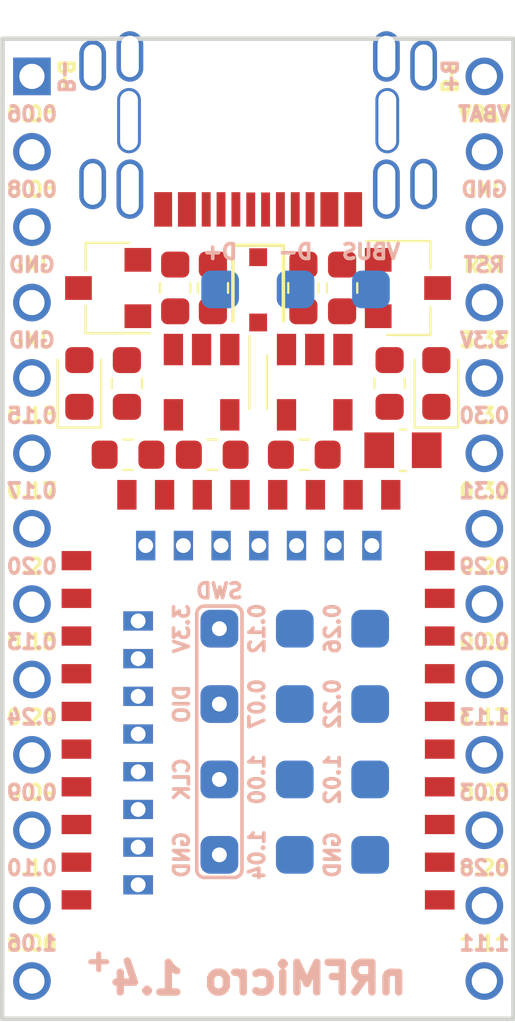
<source format=kicad_pcb>
(kicad_pcb (version 20171130) (host pcbnew 5.1.9-73d0e3b20d~88~ubuntu16.04.1)

  (general
    (thickness 1.6)
    (drawings 10)
    (tracks 0)
    (zones 0)
    (modules 25)
    (nets 53)
  )

  (page A4)
  (layers
    (0 F.Cu signal)
    (31 B.Cu signal)
    (32 B.Adhes user)
    (33 F.Adhes user)
    (34 B.Paste user)
    (35 F.Paste user)
    (36 B.SilkS user)
    (37 F.SilkS user)
    (38 B.Mask user)
    (39 F.Mask user)
    (40 Dwgs.User user)
    (41 Cmts.User user)
    (42 Eco1.User user)
    (43 Eco2.User user)
    (44 Edge.Cuts user)
    (45 Margin user hide)
    (46 B.CrtYd user hide)
    (47 F.CrtYd user)
    (48 B.Fab user)
    (49 F.Fab user hide)
  )

  (setup
    (last_trace_width 0.2)
    (user_trace_width 0.2)
    (user_trace_width 0.4)
    (trace_clearance 0.2)
    (zone_clearance 0.2)
    (zone_45_only no)
    (trace_min 0.2)
    (via_size 0.5)
    (via_drill 0.3)
    (via_min_size 0.5)
    (via_min_drill 0.3)
    (uvia_size 0.3)
    (uvia_drill 0.1)
    (uvias_allowed no)
    (uvia_min_size 0.2)
    (uvia_min_drill 0.1)
    (edge_width 0.15)
    (segment_width 0.2)
    (pcb_text_width 0.3)
    (pcb_text_size 1.5 1.5)
    (mod_edge_width 0.08)
    (mod_text_size 0.7 0.7)
    (mod_text_width 0.175)
    (pad_size 1.27 1.27)
    (pad_drill 0.85)
    (pad_to_mask_clearance 0)
    (solder_mask_min_width 0.25)
    (aux_axis_origin 0 0)
    (visible_elements 7FFFFFFF)
    (pcbplotparams
      (layerselection 0x010fc_ffffffff)
      (usegerberextensions true)
      (usegerberattributes false)
      (usegerberadvancedattributes false)
      (creategerberjobfile false)
      (excludeedgelayer true)
      (linewidth 0.100000)
      (plotframeref false)
      (viasonmask false)
      (mode 1)
      (useauxorigin false)
      (hpglpennumber 1)
      (hpglpenspeed 20)
      (hpglpendiameter 15.000000)
      (psnegative false)
      (psa4output false)
      (plotreference true)
      (plotvalue true)
      (plotinvisibletext false)
      (padsonsilk false)
      (subtractmaskfromsilk false)
      (outputformat 1)
      (mirror false)
      (drillshape 0)
      (scaleselection 1)
      (outputdirectory "nRFMicro1.4-Gerbers/"))
  )

  (net 0 "")
  (net 1 GND)
  (net 2 RESET)
  (net 3 /P0.02)
  (net 4 /P0.29)
  (net 5 /P0.30)
  (net 6 /P0.31)
  (net 7 /P0.10)
  (net 8 /P0.09)
  (net 9 VBUS)
  (net 10 VBAT)
  (net 11 DATA+)
  (net 12 DATA-)
  (net 13 /P1.13)
  (net 14 /P1.11)
  (net 15 /P0.20)
  (net 16 /P0.13)
  (net 17 /P0.15)
  (net 18 /P0.17)
  (net 19 /P0.22)
  (net 20 /P0.24)
  (net 21 BLUE_LED)
  (net 22 /P0.03)
  (net 23 /P0.28)
  (net 24 /P0.00)
  (net 25 /P0.01)
  (net 26 /P1.06)
  (net 27 /P1.04)
  (net 28 SWC)
  (net 29 SWD)
  (net 30 POWER_PIN)
  (net 31 /P0.26)
  (net 32 DCCH)
  (net 33 CC2)
  (net 34 CC1)
  (net 35 EXT_VCC)
  (net 36 "Net-(D2-Pad1)")
  (net 37 /P1.00)
  (net 38 /P1.02)
  (net 39 /P0.12)
  (net 40 "Net-(U2-Pad4)")
  (net 41 /P0.07)
  (net 42 nRF_VDD)
  (net 43 "Net-(R5-Pad1)")
  (net 44 /P0.06)
  (net 45 /P0.08)
  (net 46 BATTERY_PIN)
  (net 47 PROG)
  (net 48 "Net-(D3-Pad1)")
  (net 49 "Net-(R8-Pad2)")
  (net 50 "Net-(J1-PadA8)")
  (net 51 "Net-(J1-PadB8)")
  (net 52 "Net-(D1-Pad1)")

  (net_class Default "This is the default net class."
    (clearance 0.2)
    (trace_width 0.2)
    (via_dia 0.5)
    (via_drill 0.3)
    (uvia_dia 0.3)
    (uvia_drill 0.1)
    (add_net /P0.00)
    (add_net /P0.01)
    (add_net /P0.02)
    (add_net /P0.03)
    (add_net /P0.06)
    (add_net /P0.07)
    (add_net /P0.08)
    (add_net /P0.09)
    (add_net /P0.10)
    (add_net /P0.12)
    (add_net /P0.13)
    (add_net /P0.15)
    (add_net /P0.17)
    (add_net /P0.20)
    (add_net /P0.22)
    (add_net /P0.24)
    (add_net /P0.26)
    (add_net /P0.28)
    (add_net /P0.29)
    (add_net /P0.30)
    (add_net /P0.31)
    (add_net /P1.00)
    (add_net /P1.02)
    (add_net /P1.04)
    (add_net /P1.06)
    (add_net /P1.11)
    (add_net /P1.13)
    (add_net BATTERY_PIN)
    (add_net BLUE_LED)
    (add_net CC1)
    (add_net CC2)
    (add_net DATA+)
    (add_net DATA-)
    (add_net DCCH)
    (add_net EXT_VCC)
    (add_net GND)
    (add_net "Net-(D1-Pad1)")
    (add_net "Net-(D2-Pad1)")
    (add_net "Net-(D3-Pad1)")
    (add_net "Net-(J1-PadA8)")
    (add_net "Net-(J1-PadB8)")
    (add_net "Net-(R5-Pad1)")
    (add_net "Net-(R8-Pad2)")
    (add_net "Net-(U2-Pad4)")
    (add_net POWER_PIN)
    (add_net PROG)
    (add_net RESET)
    (add_net SWC)
    (add_net SWD)
    (add_net VBAT)
    (add_net VBUS)
    (add_net nRF_VDD)
  )

  (net_class Power ""
    (clearance 0.2)
    (trace_width 0.2)
    (via_dia 0.5)
    (via_drill 0.3)
    (uvia_dia 0.3)
    (uvia_drill 0.1)
  )

  (module nrfmicro:connector_usb (layer B.Cu) (tedit 5FA3035A) (tstamp 5F7129FB)
    (at 27.7114 27.178)
    (descr "Through hole straight pin header, 1x04, 2.54mm pitch, single row")
    (tags "Through hole pin header THT 1x04 2.54mm single row")
    (path /5F709EBA)
    (fp_text reference J4 (at 0 0 180) (layer B.SilkS) hide
      (effects (font (size 0.7 0.7) (thickness 0.08)) (justify mirror))
    )
    (fp_text value Ex_USB (at 0 0 180) (layer B.Fab)
      (effects (font (size 1 1) (thickness 0.15)) (justify mirror))
    )
    (fp_text user D- (at 1.27 -1.27) (layer B.SilkS)
      (effects (font (size 0.5 0.5) (thickness 0.125)) (justify mirror))
    )
    (fp_text user D+ (at -1.27 -1.27) (layer B.SilkS)
      (effects (font (size 0.5 0.5) (thickness 0.125)) (justify mirror))
    )
    (fp_text user VBUS (at 3.81 -1.27) (layer B.SilkS)
      (effects (font (size 0.5 0.5) (thickness 0.125)) (justify mirror))
    )
    (pad 2 connect roundrect (at -1.27 0 270) (size 1.27 1.27) (layers B.Cu B.Mask) (roundrect_rratio 0.25)
      (net 11 DATA+))
    (pad 3 connect roundrect (at 1.27 0 270) (size 1.27 1.27) (layers B.Cu B.Mask) (roundrect_rratio 0.25)
      (net 12 DATA-))
    (pad 4 connect roundrect (at 3.81 0 270) (size 1.27 1.27) (layers B.Cu B.Mask) (roundrect_rratio 0.25)
      (net 9 VBUS))
  )

  (module nrfmicro:connector_swd (layer B.Cu) (tedit 5FA2F9CF) (tstamp 5F70B7A0)
    (at 26.416 42.418 270)
    (descr "Through hole straight pin header, 1x04, 2.54mm pitch, single row")
    (tags "Through hole pin header THT 1x04 2.54mm single row")
    (path /5CDF605B)
    (fp_text reference J2 (at 0 2.33 270) (layer B.SilkS) hide
      (effects (font (size 0.7 0.7) (thickness 0.08)) (justify mirror))
    )
    (fp_text value SWD (at 0 0 270) (layer B.Fab)
      (effects (font (size 1 1) (thickness 0.15)) (justify mirror))
    )
    (fp_line (start 4.318 0.762) (end -4.318 0.762) (layer B.SilkS) (width 0.12))
    (fp_line (start -4.572 0.508) (end -4.572 -0.508) (layer B.SilkS) (width 0.12))
    (fp_line (start -4.318 -0.762) (end 4.318 -0.762) (layer B.SilkS) (width 0.12))
    (fp_line (start 4.572 -0.508) (end 4.572 0.508) (layer B.SilkS) (width 0.12))
    (fp_text user 3.3V (at -3.81 1.27 90 unlocked) (layer B.SilkS)
      (effects (font (size 0.5 0.5) (thickness 0.125)) (justify mirror))
    )
    (fp_text user DIO (at -1.27 1.27 90 unlocked) (layer B.SilkS)
      (effects (font (size 0.5 0.5) (thickness 0.125)) (justify mirror))
    )
    (fp_text user CLK (at 1.27 1.27 90 unlocked) (layer B.SilkS)
      (effects (font (size 0.5 0.5) (thickness 0.125)) (justify mirror))
    )
    (fp_text user GND (at 3.81 1.27 90 unlocked) (layer B.SilkS)
      (effects (font (size 0.5 0.5) (thickness 0.125)) (justify mirror))
    )
    (fp_arc (start 4.318 0.508) (end 4.572 0.508) (angle 90) (layer B.SilkS) (width 0.12))
    (fp_arc (start 4.318 -0.508) (end 4.318 -0.762) (angle 90) (layer B.SilkS) (width 0.12))
    (fp_arc (start -4.318 0.508) (end -4.318 0.762) (angle 90) (layer B.SilkS) (width 0.12))
    (fp_arc (start -4.318 -0.508) (end -4.572 -0.508) (angle 90) (layer B.SilkS) (width 0.12))
    (fp_text user SWD (at -5.08 0 unlocked) (layer B.SilkS)
      (effects (font (size 0.5 0.5) (thickness 0.125)) (justify mirror))
    )
    (pad 4 thru_hole roundrect (at 3.81 0 180) (size 1.27 1.27) (drill 0.5) (layers *.Cu *.Mask) (roundrect_rratio 0.25)
      (net 1 GND))
    (pad 3 thru_hole roundrect (at 1.27 0 180) (size 1.27 1.27) (drill 0.5) (layers *.Cu *.Mask) (roundrect_rratio 0.25)
      (net 28 SWC))
    (pad 2 thru_hole roundrect (at -1.27 0 180) (size 1.27 1.27) (drill 0.5) (layers *.Cu *.Mask) (roundrect_rratio 0.25)
      (net 29 SWD))
    (pad 1 thru_hole roundrect (at -3.81 0 180) (size 1.27 1.27) (drill 0.5) (layers *.Cu *.Mask) (roundrect_rratio 0.25)
      (net 42 nRF_VDD))
  )

  (module nrfmicro:connector_bat (layer F.Cu) (tedit 6009A206) (tstamp 5F7017AB)
    (at 27.7216 20 180)
    (path /5F6FE749)
    (fp_text reference J3 (at 0 -3.175 180) (layer F.Fab)
      (effects (font (size 1 1) (thickness 0.15)))
    )
    (fp_text value Ex_Bat (at 0 -5.08 180) (layer F.Fab)
      (effects (font (size 1 1) (thickness 0.15)))
    )
    (fp_text user B+ (at -6.477 0 90 unlocked) (layer F.SilkS)
      (effects (font (size 0.5 0.5) (thickness 0.125)))
    )
    (fp_text user B- (at 6.477 0 270 unlocked) (layer F.SilkS)
      (effects (font (size 0.5 0.5) (thickness 0.125)))
    )
    (fp_text user B+ (at -6.477 0 90 unlocked) (layer B.SilkS)
      (effects (font (size 0.5 0.5) (thickness 0.125)) (justify mirror))
    )
    (fp_text user B- (at 6.477 0 270 unlocked) (layer B.SilkS)
      (effects (font (size 0.5 0.5) (thickness 0.125)) (justify mirror))
    )
    (pad 2 thru_hole rect (at 7.62 0 180) (size 1.27 1.27) (drill 0.85) (layers *.Cu *.Mask)
      (net 1 GND))
    (pad 1 thru_hole circle (at -7.62 0 270) (size 1.27 1.27) (drill 0.85) (layers *.Cu *.Mask)
      (net 10 VBAT))
  )

  (module nrfmicro:pro_micro (layer F.Cu) (tedit 6009A0D5) (tstamp 5EC0A072)
    (at 27.7216 36.51)
    (path /5AC0283B)
    (fp_text reference U4 (at 0 0) (layer Cmts.User)
      (effects (font (size 1 1) (thickness 0.15)))
    )
    (fp_text value ProMicro (at 0 1.524 -90) (layer Margin) hide
      (effects (font (size 1 1) (thickness 0.15)))
    )
    (fp_text user 0.06 (at -7.62 -15.24) (layer F.SilkS)
      (effects (font (size 0.5 0.5) (thickness 0.125)))
    )
    (fp_text user 0.08 (at -7.62 -12.7) (layer F.SilkS)
      (effects (font (size 0.5 0.5) (thickness 0.125)))
    )
    (fp_text user GND (at -7.62 -10.16) (layer F.SilkS)
      (effects (font (size 0.5 0.5) (thickness 0.125)))
    )
    (fp_text user GND (at -7.62 -7.62) (layer F.SilkS)
      (effects (font (size 0.5 0.5) (thickness 0.125)))
    )
    (fp_text user 0.15 (at -7.62 -5.08) (layer F.SilkS)
      (effects (font (size 0.5 0.5) (thickness 0.125)))
    )
    (fp_text user 0.17 (at -7.62 -2.54) (layer F.SilkS)
      (effects (font (size 0.5 0.5) (thickness 0.125)))
    )
    (fp_text user 0.20 (at -7.62 0) (layer F.SilkS)
      (effects (font (size 0.5 0.5) (thickness 0.125)))
    )
    (fp_text user 0.13 (at -7.62 2.54) (layer F.SilkS)
      (effects (font (size 0.5 0.5) (thickness 0.125)))
    )
    (fp_text user 0.24 (at -7.62 5.08) (layer F.SilkS)
      (effects (font (size 0.5 0.5) (thickness 0.125)))
    )
    (fp_text user 0.09 (at -7.62 7.62) (layer F.SilkS)
      (effects (font (size 0.5 0.5) (thickness 0.125)))
    )
    (fp_text user 0.10 (at -7.62 10.16) (layer F.SilkS)
      (effects (font (size 0.5 0.5) (thickness 0.125)))
    )
    (fp_text user 1.06 (at -7.62 12.7) (layer F.SilkS)
      (effects (font (size 0.5 0.5) (thickness 0.125)))
    )
    (fp_text user GND (at 7.62 -12.7) (layer F.SilkS)
      (effects (font (size 0.5 0.5) (thickness 0.125)))
    )
    (fp_text user 1.11 (at 7.62 12.7) (layer F.SilkS)
      (effects (font (size 0.5 0.5) (thickness 0.125)))
    )
    (fp_text user VBAT (at 7.62 -15.24) (layer F.SilkS)
      (effects (font (size 0.5 0.5) (thickness 0.125)))
    )
    (fp_text user 3.3V (at 7.62 -7.62) (layer F.SilkS)
      (effects (font (size 0.5 0.5) (thickness 0.125)))
    )
    (fp_text user 0.03 (at 7.62 7.62) (layer F.SilkS)
      (effects (font (size 0.5 0.5) (thickness 0.125)))
    )
    (fp_text user 1.13 (at 7.62 5.08) (layer F.SilkS)
      (effects (font (size 0.5 0.5) (thickness 0.125)))
    )
    (fp_text user 0.29 (at 7.62 0) (layer F.SilkS)
      (effects (font (size 0.5 0.5) (thickness 0.125)))
    )
    (fp_text user 0.31 (at 7.62 -2.54) (layer F.SilkS)
      (effects (font (size 0.5 0.5) (thickness 0.125)))
    )
    (fp_text user RST (at 7.62 -10.16) (layer F.SilkS)
      (effects (font (size 0.5 0.5) (thickness 0.125)))
    )
    (fp_text user 0.28 (at 7.62 10.16) (layer F.SilkS)
      (effects (font (size 0.5 0.5) (thickness 0.125)))
    )
    (fp_text user 0.30 (at 7.62 -5.08) (layer F.SilkS)
      (effects (font (size 0.5 0.5) (thickness 0.125)))
    )
    (fp_text user 0.02 (at 7.62 2.54) (layer F.SilkS)
      (effects (font (size 0.5 0.5) (thickness 0.125)))
    )
    (fp_text user 0.08 (at -7.62 -12.7 180) (layer B.SilkS)
      (effects (font (size 0.5 0.5) (thickness 0.125)) (justify mirror))
    )
    (fp_text user 1.06 (at -7.62 12.7 180) (layer B.SilkS)
      (effects (font (size 0.5 0.5) (thickness 0.125)) (justify mirror))
    )
    (fp_text user 0.28 (at 7.62 10.16 180) (layer B.SilkS)
      (effects (font (size 0.5 0.5) (thickness 0.125)) (justify mirror))
    )
    (fp_text user 0.06 (at -7.62 -15.24 180) (layer B.SilkS)
      (effects (font (size 0.5 0.5) (thickness 0.125)) (justify mirror))
    )
    (fp_text user GND (at 7.62 -12.7 180) (layer B.SilkS)
      (effects (font (size 0.5 0.5) (thickness 0.125)) (justify mirror))
    )
    (fp_text user 0.29 (at 7.62 0 180) (layer B.SilkS)
      (effects (font (size 0.5 0.5) (thickness 0.125)) (justify mirror))
    )
    (fp_text user GND (at -7.62 -7.62 180) (layer B.SilkS)
      (effects (font (size 0.5 0.5) (thickness 0.125)) (justify mirror))
    )
    (fp_text user 0.03 (at 7.62 7.62 180) (layer B.SilkS)
      (effects (font (size 0.5 0.5) (thickness 0.125)) (justify mirror))
    )
    (fp_text user 0.09 (at -7.62 7.62 180) (layer B.SilkS)
      (effects (font (size 0.5 0.5) (thickness 0.125)) (justify mirror))
    )
    (fp_text user 0.30 (at 7.62 -5.08 180) (layer B.SilkS)
      (effects (font (size 0.5 0.5) (thickness 0.125)) (justify mirror))
    )
    (fp_text user 0.24 (at -7.62 5.08 180) (layer B.SilkS)
      (effects (font (size 0.5 0.5) (thickness 0.125)) (justify mirror))
    )
    (fp_text user RST (at 7.62 -10.16 180) (layer B.SilkS)
      (effects (font (size 0.5 0.5) (thickness 0.125)) (justify mirror))
    )
    (fp_text user 0.20 (at -7.62 0 180) (layer B.SilkS)
      (effects (font (size 0.5 0.5) (thickness 0.125)) (justify mirror))
    )
    (fp_text user 3.3V (at 7.62 -7.62 180) (layer B.SilkS)
      (effects (font (size 0.5 0.5) (thickness 0.125)) (justify mirror))
    )
    (fp_text user 0.17 (at -7.62 -2.54 180) (layer B.SilkS)
      (effects (font (size 0.5 0.5) (thickness 0.125)) (justify mirror))
    )
    (fp_text user 1.11 (at 7.62 12.7 180) (layer B.SilkS)
      (effects (font (size 0.5 0.5) (thickness 0.125)) (justify mirror))
    )
    (fp_text user GND (at -7.62 -10.16 180) (layer B.SilkS)
      (effects (font (size 0.5 0.5) (thickness 0.125)) (justify mirror))
    )
    (fp_text user VBAT (at 7.62 -15.24 180) (layer B.SilkS)
      (effects (font (size 0.5 0.5) (thickness 0.125)) (justify mirror))
    )
    (fp_text user 1.13 (at 7.62 5.08 180) (layer B.SilkS)
      (effects (font (size 0.5 0.5) (thickness 0.125)) (justify mirror))
    )
    (fp_text user 0.10 (at -7.62 10.16 180) (layer B.SilkS)
      (effects (font (size 0.5 0.5) (thickness 0.125)) (justify mirror))
    )
    (fp_text user 0.15 (at -7.62 -5.08 180) (layer B.SilkS)
      (effects (font (size 0.5 0.5) (thickness 0.125)) (justify mirror))
    )
    (fp_text user 0.02 (at 7.62 2.54 180) (layer B.SilkS)
      (effects (font (size 0.5 0.5) (thickness 0.125)) (justify mirror))
    )
    (fp_text user 0.31 (at 7.62 -2.54 180) (layer B.SilkS)
      (effects (font (size 0.5 0.5) (thickness 0.125)) (justify mirror))
    )
    (fp_text user 0.13 (at -7.62 2.54 180) (layer B.SilkS)
      (effects (font (size 0.5 0.5) (thickness 0.125)) (justify mirror))
    )
    (pad 1 thru_hole circle (at 7.62 -13.97 270) (size 1.25 1.25) (drill 0.85) (layers *.Cu *.Mask)
      (net 10 VBAT))
    (pad 2 thru_hole circle (at 7.62 -11.43 270) (size 1.27 1.27) (drill 0.85) (layers *.Cu *.Mask)
      (net 1 GND))
    (pad 3 thru_hole circle (at 7.62 -8.89 270) (size 1.27 1.27) (drill 0.85) (layers *.Cu *.Mask)
      (net 2 RESET))
    (pad 4 thru_hole circle (at 7.62 -6.35 270) (size 1.27 1.27) (drill 0.85) (layers *.Cu *.Mask)
      (net 35 EXT_VCC))
    (pad 5 thru_hole circle (at 7.62 -3.81 270) (size 1.27 1.27) (drill 0.85) (layers *.Cu *.Mask)
      (net 5 /P0.30))
    (pad 6 thru_hole circle (at 7.62 -1.27 270) (size 1.27 1.27) (drill 0.85) (layers *.Cu *.Mask)
      (net 6 /P0.31))
    (pad 7 thru_hole circle (at 7.62 1.27 270) (size 1.27 1.27) (drill 0.85) (layers *.Cu *.Mask)
      (net 4 /P0.29))
    (pad 8 thru_hole circle (at 7.62 3.81 270) (size 1.27 1.27) (drill 0.85) (layers *.Cu *.Mask)
      (net 3 /P0.02))
    (pad 9 thru_hole circle (at 7.62 6.35 270) (size 1.27 1.27) (drill 0.85) (layers *.Cu *.Mask)
      (net 13 /P1.13))
    (pad 10 thru_hole circle (at 7.62 8.89 270) (size 1.27 1.27) (drill 0.85) (layers *.Cu *.Mask)
      (net 22 /P0.03))
    (pad 11 thru_hole circle (at 7.62 11.43 270) (size 1.27 1.27) (drill 0.85) (layers *.Cu *.Mask)
      (net 23 /P0.28))
    (pad 12 thru_hole circle (at 7.62 13.97 270) (size 1.27 1.27) (drill 0.85) (layers *.Cu *.Mask)
      (net 14 /P1.11))
    (pad 24 thru_hole circle (at -7.62 13.97 270) (size 1.27 1.27) (drill 0.85) (layers *.Cu *.Mask)
      (net 26 /P1.06))
    (pad 23 thru_hole circle (at -7.62 11.43 270) (size 1.27 1.27) (drill 0.85) (layers *.Cu *.Mask)
      (net 7 /P0.10))
    (pad 22 thru_hole circle (at -7.62 8.89 270) (size 1.27 1.27) (drill 0.85) (layers *.Cu *.Mask)
      (net 8 /P0.09))
    (pad 21 thru_hole circle (at -7.62 6.35 270) (size 1.27 1.27) (drill 0.85) (layers *.Cu *.Mask)
      (net 20 /P0.24))
    (pad 20 thru_hole circle (at -7.62 3.81 270) (size 1.27 1.27) (drill 0.85) (layers *.Cu *.Mask)
      (net 16 /P0.13))
    (pad 19 thru_hole circle (at -7.62 1.27 270) (size 1.27 1.27) (drill 0.85) (layers *.Cu *.Mask)
      (net 15 /P0.20))
    (pad 18 thru_hole circle (at -7.62 -1.27 270) (size 1.27 1.27) (drill 0.85) (layers *.Cu *.Mask)
      (net 18 /P0.17))
    (pad 17 thru_hole circle (at -7.62 -3.81 270) (size 1.27 1.27) (drill 0.85) (layers *.Cu *.Mask)
      (net 17 /P0.15))
    (pad 16 thru_hole circle (at -7.62 -6.35 270) (size 1.27 1.27) (drill 0.85) (layers *.Cu *.Mask)
      (net 1 GND))
    (pad 15 thru_hole circle (at -7.62 -8.89 270) (size 1.27 1.27) (drill 0.85) (layers *.Cu *.Mask)
      (net 1 GND))
    (pad 14 thru_hole circle (at -7.62 -11.43 270) (size 1.27 1.27) (drill 0.85) (layers *.Cu *.Mask)
      (net 45 /P0.08))
    (pad 13 thru_hole circle (at -7.62 -13.97 270) (size 1.27 1.27) (drill 0.85) (layers *.Cu *.Mask)
      (net 44 /P0.06))
  )

  (module nrfmicro:conn_01x04 (layer B.Cu) (tedit 5FA2F4A1) (tstamp 5FA3C027)
    (at 31.496 42.418 90)
    (path /5FA639E8)
    (fp_text reference J6 (at 0 0 90) (layer Cmts.User)
      (effects (font (size 1 1) (thickness 0.15)))
    )
    (fp_text value " " (at 0 0 90) (layer B.Fab)
      (effects (font (size 1 1) (thickness 0.15)) (justify mirror))
    )
    (fp_text user GND (at -3.81 -1.27 90) (layer B.SilkS)
      (effects (font (size 0.5 0.5) (thickness 0.125)) (justify mirror))
    )
    (fp_text user 1.02 (at -1.27 -1.27 90) (layer B.SilkS)
      (effects (font (size 0.5 0.5) (thickness 0.125)) (justify mirror))
    )
    (fp_text user 0.22 (at 1.27 -1.27 90) (layer B.SilkS)
      (effects (font (size 0.5 0.5) (thickness 0.125)) (justify mirror))
    )
    (fp_text user 0.26 (at 3.81 -1.27 90) (layer B.SilkS)
      (effects (font (size 0.5 0.5) (thickness 0.125)) (justify mirror))
    )
    (pad 1 connect roundrect (at -3.81 0) (size 1.27 1.27) (layers B.Cu B.Mask) (roundrect_rratio 0.25)
      (net 1 GND))
    (pad 3 connect roundrect (at 1.27 0) (size 1.27 1.27) (layers B.Cu B.Mask) (roundrect_rratio 0.25)
      (net 19 /P0.22))
    (pad 2 connect roundrect (at -1.27 0) (size 1.27 1.27) (layers B.Cu B.Mask) (roundrect_rratio 0.25)
      (net 38 /P1.02))
    (pad 4 connect roundrect (at 3.81 0) (size 1.27 1.27) (layers B.Cu B.Mask) (roundrect_rratio 0.25)
      (net 31 /P0.26))
  )

  (module nrfmicro:conn_01x04 (layer B.Cu) (tedit 5FA2F496) (tstamp 5FA3C011)
    (at 28.956 42.418 90)
    (path /5FA61940)
    (fp_text reference J5 (at 0 0 90) (layer Cmts.User)
      (effects (font (size 1 1) (thickness 0.15)))
    )
    (fp_text value " " (at 0 0 90) (layer B.Fab)
      (effects (font (size 1 1) (thickness 0.15)) (justify mirror))
    )
    (fp_text user 1.04 (at -3.81 -1.27 90) (layer B.SilkS)
      (effects (font (size 0.5 0.5) (thickness 0.125)) (justify mirror))
    )
    (fp_text user 1.00 (at -1.27 -1.27 90) (layer B.SilkS)
      (effects (font (size 0.5 0.5) (thickness 0.125)) (justify mirror))
    )
    (fp_text user 0.07 (at 1.27 -1.27 90) (layer B.SilkS)
      (effects (font (size 0.5 0.5) (thickness 0.125)) (justify mirror))
    )
    (fp_text user 0.12 (at 3.81 -1.27 90) (layer B.SilkS)
      (effects (font (size 0.5 0.5) (thickness 0.125)) (justify mirror))
    )
    (pad 1 connect roundrect (at -3.81 0) (size 1.27 1.27) (layers B.Cu B.Mask) (roundrect_rratio 0.25)
      (net 27 /P1.04))
    (pad 3 connect roundrect (at 1.27 0) (size 1.27 1.27) (layers B.Cu B.Mask) (roundrect_rratio 0.25)
      (net 41 /P0.07))
    (pad 2 connect roundrect (at -1.27 0) (size 1.27 1.27) (layers B.Cu B.Mask) (roundrect_rratio 0.25)
      (net 37 /P1.00))
    (pad 4 connect roundrect (at 3.81 0) (size 1.27 1.27) (layers B.Cu B.Mask) (roundrect_rratio 0.25)
      (net 39 /P0.12))
  )

  (module fruitkt:usb-c (layer F.Cu) (tedit 5F20803E) (tstamp 5F84449E)
    (at 27.7216 23.622)
    (path /5C743564)
    (fp_text reference J1 (at 0 -2.54) (layer Cmts.User)
      (effects (font (size 1 1) (thickness 0.15)))
    )
    (fp_text value "USB-C Conn" (at 0 -3.81) (layer F.Fab)
      (effects (font (size 1 1) (thickness 0.15)))
    )
    (fp_line (start -7 -6.096) (end -4.5 -6.096) (layer F.CrtYd) (width 0.2))
    (fp_line (start 7 -6.096) (end 4.5 -6.096) (layer F.CrtYd) (width 0.2))
    (fp_line (start 4.47 -6.0926) (end -4.47 -6.0926) (layer Dwgs.User) (width 0.1))
    (fp_text user " " (at 0 -3.81) (layer F.Fab)
      (effects (font (size 1 1) (thickness 0.15)))
    )
    (pad S1 thru_hole oval (at 4.32084 -4.29318 270) (size 1.7 0.9) (drill oval 1.4 0.6) (layers *.Cu *.Mask)
      (net 1 GND))
    (pad S1 thru_hole oval (at -4.32024 -4.29318 270) (size 1.7 0.9) (drill oval 1.4 0.6) (layers *.Cu *.Mask)
      (net 1 GND))
    (pad B7 smd rect (at 0.75 0.859) (size 0.3 1.16) (layers F.Cu F.Paste F.Mask)
      (net 12 DATA-))
    (pad B8 smd rect (at 1.75 0.859) (size 0.3 1.16) (layers F.Cu F.Paste F.Mask)
      (net 51 "Net-(J1-PadB8)"))
    (pad A5 smd rect (at 1.25 0.859) (size 0.3 1.16) (layers F.Cu F.Paste F.Mask)
      (net 34 CC1))
    (pad A8 smd rect (at -1.25 0.859) (size 0.3 1.16) (layers F.Cu F.Paste F.Mask)
      (net 50 "Net-(J1-PadA8)"))
    (pad B6 smd rect (at -0.75 0.859) (size 0.3 1.16) (layers F.Cu F.Paste F.Mask)
      (net 11 DATA+))
    (pad B5 smd rect (at -1.75 0.859) (size 0.3 1.16) (layers F.Cu F.Paste F.Mask)
      (net 33 CC2))
    (pad A4 smd rect (at 2.4 0.859 180) (size 0.6 1.16) (layers F.Cu F.Paste F.Mask)
      (net 9 VBUS))
    (pad A1 smd rect (at 3.2 0.859 180) (size 0.6 1.16) (layers F.Cu F.Paste F.Mask)
      (net 1 GND))
    (pad B12 smd rect (at 3.2 0.859 180) (size 0.6 1.16) (layers F.Cu F.Paste F.Mask)
      (net 1 GND))
    (pad B4 smd rect (at -2.4 0.859 180) (size 0.6 1.16) (layers F.Cu F.Paste F.Mask)
      (net 9 VBUS))
    (pad B1 smd rect (at -3.2 0.859 180) (size 0.6 1.16) (layers F.Cu F.Paste F.Mask)
      (net 1 GND))
    (pad S1 thru_hole oval (at 5.575 0.004) (size 0.9 1.7) (drill oval 0.6 1.4) (layers *.Cu *.Mask)
      (net 1 GND))
    (pad S1 thru_hole oval (at -5.575 0.004) (size 0.9 1.7) (drill oval 0.6 1.4) (layers *.Cu *.Mask)
      (net 1 GND))
    (pad A6 smd rect (at 0.25 0.864) (size 0.3 1.15) (layers F.Cu F.Paste F.Mask)
      (net 11 DATA+))
    (pad A7 smd rect (at -0.25 0.864) (size 0.3 1.15) (layers F.Cu F.Paste F.Mask)
      (net 12 DATA-))
    (pad "" np_thru_hole oval (at 0 -0.254 90) (size 0.8 7.5) (drill oval 0.8 7.5) (layers *.Cu))
    (pad S1 thru_hole oval (at -4.35 -2.1312) (size 0.8 2.2) (drill oval 0.6 2) (layers *.Cu *.Mask)
      (net 1 GND))
    (pad S1 thru_hole oval (at 4.35 -2.1312) (size 0.8 2.2) (drill oval 0.6 2) (layers *.Cu *.Mask)
      (net 1 GND))
    (pad A12 smd rect (at -3.2 0.859 180) (size 0.6 1.16) (layers F.Cu F.Paste F.Mask)
      (net 1 GND))
    (pad A9 smd rect (at -2.4 0.859 180) (size 0.6 1.16) (layers F.Cu F.Paste F.Mask)
      (net 9 VBUS))
    (pad B9 smd rect (at 2.4 0.859 180) (size 0.6 1.16) (layers F.Cu F.Paste F.Mask)
      (net 9 VBUS))
    (pad S1 thru_hole oval (at -4.32 0.1774 270) (size 2 0.9) (drill oval 1.7 0.6) (layers *.Cu *.Mask)
      (net 1 GND))
    (pad S1 thru_hole oval (at 4.32 0.1774 270) (size 2 0.9) (drill oval 1.7 0.6) (layers *.Cu *.Mask)
      (net 1 GND))
    (pad S1 thru_hole oval (at -5.575 -3.996 270) (size 1.7 0.9) (drill oval 1.4 0.6) (layers *.Cu *.Mask)
      (net 1 GND))
    (pad S1 thru_hole oval (at 5.575 -3.996 270) (size 1.7 0.9) (drill oval 1.4 0.6) (layers *.Cu *.Mask)
      (net 1 GND))
  )

  (module Resistor_SMD:R_0603_1608Metric (layer F.Cu) (tedit 5B301BBD) (tstamp 5F6E240D)
    (at 29.2456 27.128 270)
    (descr "Resistor SMD 0603 (1608 Metric), square (rectangular) end terminal, IPC_7351 nominal, (Body size source: http://www.tortai-tech.com/upload/download/2011102023233369053.pdf), generated with kicad-footprint-generator")
    (tags resistor)
    (path /5CAA879F)
    (attr smd)
    (fp_text reference R3 (at -0.0135 -0.0044 180) (layer Cmts.User)
      (effects (font (size 0.7 0.7) (thickness 0.08)))
    )
    (fp_text value 5.1K (at 0 1.43 270) (layer F.Fab)
      (effects (font (size 1 1) (thickness 0.15)))
    )
    (fp_line (start 1.48 0.73) (end -1.48 0.73) (layer F.CrtYd) (width 0.05))
    (fp_line (start 1.48 -0.73) (end 1.48 0.73) (layer F.CrtYd) (width 0.05))
    (fp_line (start -1.48 -0.73) (end 1.48 -0.73) (layer F.CrtYd) (width 0.05))
    (fp_line (start -1.48 0.73) (end -1.48 -0.73) (layer F.CrtYd) (width 0.05))
    (fp_line (start -0.162779 0.51) (end 0.162779 0.51) (layer F.SilkS) (width 0.08))
    (fp_line (start -0.162779 -0.51) (end 0.162779 -0.51) (layer F.SilkS) (width 0.08))
    (fp_line (start 0.8 0.4) (end -0.8 0.4) (layer F.Fab) (width 0.15))
    (fp_line (start 0.8 -0.4) (end 0.8 0.4) (layer F.Fab) (width 0.15))
    (fp_line (start -0.8 -0.4) (end 0.8 -0.4) (layer F.Fab) (width 0.15))
    (fp_line (start -0.8 0.4) (end -0.8 -0.4) (layer F.Fab) (width 0.15))
    (fp_text user %R (at 0 0 270) (layer F.Fab)
      (effects (font (size 1 1) (thickness 0.15)))
    )
    (pad 2 smd roundrect (at 0.7875 0 270) (size 0.875 0.95) (layers F.Cu F.Paste F.Mask) (roundrect_rratio 0.25)
      (net 1 GND))
    (pad 1 smd roundrect (at -0.7875 0 270) (size 0.875 0.95) (layers F.Cu F.Paste F.Mask) (roundrect_rratio 0.25)
      (net 34 CC1))
    (model /usr/share/kicad/3dmodels/Resistor_SMD.3dshapes/R_0603_1608Metric.wrl
      (at (xyz 0 0 0))
      (scale (xyz 1 1 1))
      (rotate (xyz 0 0 0))
    )
  )

  (module Diode_SMD:D_SOD-323F (layer F.Cu) (tedit 5F7C2C7F) (tstamp 5F6E22A3)
    (at 27.7216 27.1915 270)
    (descr "SOD-323F http://www.nxp.com/documents/outline_drawing/SOD323F.pdf")
    (tags SOD-323F)
    (path /5B158495)
    (attr smd)
    (fp_text reference D1 (at -0.0135 0.0216 180) (layer Cmts.User)
      (effects (font (size 0.7 0.7) (thickness 0.08)))
    )
    (fp_text value 1N5819 (at 0.1 1.9 90) (layer F.Fab)
      (effects (font (size 1 1) (thickness 0.15)))
    )
    (fp_line (start -1.5 -0.85) (end -1.5 0.85) (layer F.SilkS) (width 0.12))
    (fp_line (start 0.2 0) (end 0.45 0) (layer F.Fab) (width 0.1))
    (fp_line (start 0.2 0.35) (end -0.3 0) (layer F.Fab) (width 0.1))
    (fp_line (start 0.2 -0.35) (end 0.2 0.35) (layer F.Fab) (width 0.1))
    (fp_line (start -0.3 0) (end 0.2 -0.35) (layer F.Fab) (width 0.1))
    (fp_line (start -0.3 0) (end -0.5 0) (layer F.Fab) (width 0.1))
    (fp_line (start -0.3 -0.35) (end -0.3 0.35) (layer F.Fab) (width 0.1))
    (fp_line (start -0.9 0.7) (end -0.9 -0.7) (layer F.Fab) (width 0.1))
    (fp_line (start 0.9 0.7) (end -0.9 0.7) (layer F.Fab) (width 0.1))
    (fp_line (start 0.9 -0.7) (end 0.9 0.7) (layer F.Fab) (width 0.1))
    (fp_line (start -0.9 -0.7) (end 0.9 -0.7) (layer F.Fab) (width 0.1))
    (fp_line (start -1.6 -0.95) (end 1.6 -0.95) (layer F.CrtYd) (width 0.05))
    (fp_line (start 1.6 -0.95) (end 1.6 0.95) (layer F.CrtYd) (width 0.05))
    (fp_line (start -1.6 0.95) (end 1.6 0.95) (layer F.CrtYd) (width 0.05))
    (fp_line (start -1.6 -0.95) (end -1.6 0.95) (layer F.CrtYd) (width 0.05))
    (fp_line (start -1.5 0.85) (end 1.05 0.85) (layer F.SilkS) (width 0.12))
    (fp_line (start -1.5 -0.85) (end 1.05 -0.85) (layer F.SilkS) (width 0.12))
    (fp_text user %R (at 0 -1.85 90) (layer F.Fab)
      (effects (font (size 1 1) (thickness 0.15)))
    )
    (pad 2 smd rect (at 1.1 0 270) (size 0.6 0.6) (layers F.Cu F.Paste F.Mask)
      (net 9 VBUS))
    (pad 1 smd rect (at -1.1 0 270) (size 0.6 0.6) (layers F.Cu F.Paste F.Mask)
      (net 52 "Net-(D1-Pad1)"))
    (model /usr/share/kicad/3dmodels/Diode_SMD.3dshapes/D_SOD-323F.wrl
      (at (xyz 0 0 0))
      (scale (xyz 1 1 1))
      (rotate (xyz 0 0 0))
    )
  )

  (module Resistor_SMD:R_0603_1608Metric (layer F.Cu) (tedit 5B301BBD) (tstamp 5F6E237D)
    (at 23.3 30.346 90)
    (descr "Resistor SMD 0603 (1608 Metric), square (rectangular) end terminal, IPC_7351 nominal, (Body size source: http://www.tortai-tech.com/upload/download/2011102023233369053.pdf), generated with kicad-footprint-generator")
    (tags resistor)
    (path /5EBF5A4E)
    (attr smd)
    (fp_text reference R4 (at -0.007 0 unlocked) (layer Cmts.User)
      (effects (font (size 0.7 0.7) (thickness 0.08)))
    )
    (fp_text value 1K (at 0 1.43 90) (layer F.Fab)
      (effects (font (size 1 1) (thickness 0.15)))
    )
    (fp_line (start 1.48 0.73) (end -1.48 0.73) (layer F.CrtYd) (width 0.05))
    (fp_line (start 1.48 -0.73) (end 1.48 0.73) (layer F.CrtYd) (width 0.05))
    (fp_line (start -1.48 -0.73) (end 1.48 -0.73) (layer F.CrtYd) (width 0.05))
    (fp_line (start -1.48 0.73) (end -1.48 -0.73) (layer F.CrtYd) (width 0.05))
    (fp_line (start -0.162779 0.51) (end 0.162779 0.51) (layer F.SilkS) (width 0.08))
    (fp_line (start -0.162779 -0.51) (end 0.162779 -0.51) (layer F.SilkS) (width 0.08))
    (fp_line (start 0.8 0.4) (end -0.8 0.4) (layer F.Fab) (width 0.15))
    (fp_line (start 0.8 -0.4) (end 0.8 0.4) (layer F.Fab) (width 0.15))
    (fp_line (start -0.8 -0.4) (end 0.8 -0.4) (layer F.Fab) (width 0.15))
    (fp_line (start -0.8 0.4) (end -0.8 -0.4) (layer F.Fab) (width 0.15))
    (fp_text user %R (at 0 0 90) (layer F.Fab)
      (effects (font (size 1 1) (thickness 0.15)))
    )
    (pad 2 smd roundrect (at 0.7875 0 90) (size 0.875 0.95) (layers F.Cu F.Paste F.Mask) (roundrect_rratio 0.25)
      (net 1 GND))
    (pad 1 smd roundrect (at -0.7875 0 90) (size 0.875 0.95) (layers F.Cu F.Paste F.Mask) (roundrect_rratio 0.25)
      (net 36 "Net-(D2-Pad1)"))
    (model /usr/share/kicad/3dmodels/Resistor_SMD.3dshapes/R_0603_1608Metric.wrl
      (at (xyz 0 0 0))
      (scale (xyz 1 1 1))
      (rotate (xyz 0 0 0))
    )
  )

  (module Package_TO_SOT_SMD:SOT-23-5 (layer F.Cu) (tedit 5F75FF15) (tstamp 5F6FCC22)
    (at 29.6266 30.303 270)
    (descr "5-pin SOT23 package")
    (tags SOT-23-5)
    (path /5EC2C51F)
    (attr smd)
    (fp_text reference U3 (at 0.05 -0.0279 180) (layer Cmts.User)
      (effects (font (size 0.7 0.7) (thickness 0.08)))
    )
    (fp_text value TP4054 (at 0 2.9 270) (layer F.Fab)
      (effects (font (size 1 1) (thickness 0.15)))
    )
    (fp_line (start -0.9 1.61) (end 0.9 1.61) (layer F.SilkS) (width 0.08))
    (fp_line (start -1.9 -1.8) (end 1.9 -1.8) (layer F.CrtYd) (width 0.05))
    (fp_line (start 1.9 -1.8) (end 1.9 1.8) (layer F.CrtYd) (width 0.05))
    (fp_line (start 1.9 1.8) (end -1.9 1.8) (layer F.CrtYd) (width 0.05))
    (fp_line (start -1.9 1.8) (end -1.9 -1.8) (layer F.CrtYd) (width 0.05))
    (fp_line (start -0.9 -0.9) (end -0.25 -1.55) (layer F.Fab) (width 0.15))
    (fp_line (start 0.9 -1.55) (end -0.25 -1.55) (layer F.Fab) (width 0.15))
    (fp_line (start -0.9 -0.9) (end -0.9 1.55) (layer F.Fab) (width 0.15))
    (fp_line (start 0.9 1.55) (end -0.9 1.55) (layer F.Fab) (width 0.15))
    (fp_line (start 0.9 -1.55) (end 0.9 1.55) (layer F.Fab) (width 0.15))
    (fp_text user %R (at 0 0 180) (layer F.Fab)
      (effects (font (size 1 1) (thickness 0.15)))
    )
    (pad 1 smd rect (at -1.1 -0.95 270) (size 1.06 0.65) (layers F.Cu F.Paste F.Mask)
      (net 49 "Net-(R8-Pad2)"))
    (pad 2 smd rect (at -1.1 0 270) (size 1.06 0.65) (layers F.Cu F.Paste F.Mask)
      (net 1 GND))
    (pad 3 smd rect (at -1.1 0.95 270) (size 1.06 0.65) (layers F.Cu F.Paste F.Mask)
      (net 10 VBAT))
    (pad 4 smd rect (at 1.1 0.95 270) (size 1.06 0.65) (layers F.Cu F.Paste F.Mask)
      (net 9 VBUS))
    (pad 5 smd rect (at 1.1 -0.95 270) (size 1.06 0.65) (layers F.Cu F.Paste F.Mask)
      (net 43 "Net-(R5-Pad1)"))
    (model /usr/share/kicad/3dmodels/Package_TO_SOT_SMD.3dshapes/SOT-23-5.wrl
      (at (xyz 0 0 0))
      (scale (xyz 1 1 1))
      (rotate (xyz 0 0 0))
    )
  )

  (module Crystal:Crystal_SMD_MicroCrystal_CM9V-T1A-2Pin_1.6x1.0mm (layer F.Cu) (tedit 5F83AF81) (tstamp 5F76156A)
    (at 32.6 32.596)
    (descr "SMD Crystal MicroCrystal CM9V-T1A series https://www.microcrystal.com/fileadmin/Media/Products/32kHz/Datasheet/CM9V-T1A.pdf, 1.6x1.0mm^2 package")
    (tags "SMD SMT crystal")
    (path /5F764467)
    (attr smd)
    (fp_text reference X1 (at -0.0245 -0.0205 90) (layer Cmts.User)
      (effects (font (size 0.7 0.7) (thickness 0.08)))
    )
    (fp_text value 32.768kHz (at 0 1.7) (layer F.Fab)
      (effects (font (size 1 1) (thickness 0.15)))
    )
    (fp_line (start -0.8 -0.5) (end -0.8 0.5) (layer F.Fab) (width 0.15))
    (fp_line (start -0.8 0.5) (end 0.8 0.5) (layer F.Fab) (width 0.15))
    (fp_line (start 0.8 0.5) (end 0.8 -0.5) (layer F.Fab) (width 0.15))
    (fp_line (start 0.8 -0.5) (end -0.8 -0.5) (layer F.Fab) (width 0.15))
    (fp_line (start -0.8 0) (end -0.3 0.5) (layer F.Fab) (width 0.15))
    (fp_line (start -0.1 -0.7) (end 0.1 -0.7) (layer F.SilkS) (width 0.08))
    (fp_line (start -0.1 0.7) (end 0.1 0.7) (layer F.SilkS) (width 0.08))
    (fp_line (start -1.2 -0.9) (end -1.2 0.9) (layer F.CrtYd) (width 0.05))
    (fp_line (start -1.2 0.9) (end 1.2 0.9) (layer F.CrtYd) (width 0.05))
    (fp_line (start 1.2 0.9) (end 1.2 -0.9) (layer F.CrtYd) (width 0.05))
    (fp_line (start 1.2 -0.9) (end -1.2 -0.9) (layer F.CrtYd) (width 0.05))
    (fp_text user %R (at 0 0) (layer F.Fab)
      (effects (font (size 1 1) (thickness 0.15)))
    )
    (pad 1 smd rect (at -0.8 0) (size 1 1.2) (layers F.Cu F.Paste F.Mask)
      (net 25 /P0.01))
    (pad 2 smd rect (at 0.8 0) (size 1 1.2) (layers F.Cu F.Paste F.Mask)
      (net 24 /P0.00))
    (model /usr/share/kicad/3dmodels/Crystal.3dshapes/Crystal_SMD_MicroCrystal_CM9V-T1A-2Pin_1.6x1.0mm.wrl
      (at (xyz 0 0 0))
      (scale (xyz 1 1 1))
      (rotate (xyz 0 0 0))
    )
  )

  (module LED_SMD:LED_0603_1608Metric (layer F.Cu) (tedit 5B301BBE) (tstamp 5F6E243F)
    (at 21.7 30.346 90)
    (descr "LED SMD 0603 (1608 Metric), square (rectangular) end terminal, IPC_7351 nominal, (Body size source: http://www.tortai-tech.com/upload/download/2011102023233369053.pdf), generated with kicad-footprint-generator")
    (tags diode)
    (path /5EB6247D)
    (attr smd)
    (fp_text reference D2 (at -0.007 0.017) (layer Cmts.User)
      (effects (font (size 0.7 0.7) (thickness 0.08)))
    )
    (fp_text value BLUE (at 0 1.43 270) (layer F.Fab)
      (effects (font (size 1 1) (thickness 0.15)))
    )
    (fp_line (start 1.48 0.73) (end -1.48 0.73) (layer F.CrtYd) (width 0.05))
    (fp_line (start 1.48 -0.73) (end 1.48 0.73) (layer F.CrtYd) (width 0.05))
    (fp_line (start -1.48 -0.73) (end 1.48 -0.73) (layer F.CrtYd) (width 0.05))
    (fp_line (start -1.48 0.73) (end -1.48 -0.73) (layer F.CrtYd) (width 0.05))
    (fp_line (start -1.485 0.735) (end 0.8 0.735) (layer F.SilkS) (width 0.08))
    (fp_line (start -1.485 -0.735) (end -1.485 0.735) (layer F.SilkS) (width 0.08))
    (fp_line (start 0.8 -0.735) (end -1.485 -0.735) (layer F.SilkS) (width 0.08))
    (fp_line (start 0.8 0.4) (end 0.8 -0.4) (layer F.Fab) (width 0.15))
    (fp_line (start -0.8 0.4) (end 0.8 0.4) (layer F.Fab) (width 0.15))
    (fp_line (start -0.8 -0.1) (end -0.8 0.4) (layer F.Fab) (width 0.15))
    (fp_line (start -0.5 -0.4) (end -0.8 -0.1) (layer F.Fab) (width 0.15))
    (fp_line (start 0.8 -0.4) (end -0.5 -0.4) (layer F.Fab) (width 0.15))
    (fp_text user %R (at 0 0 270) (layer F.Fab)
      (effects (font (size 1 1) (thickness 0.15)))
    )
    (pad 2 smd roundrect (at 0.7875 0 90) (size 0.875 0.95) (layers F.Cu F.Paste F.Mask) (roundrect_rratio 0.25)
      (net 21 BLUE_LED))
    (pad 1 smd roundrect (at -0.7875 0 90) (size 0.875 0.95) (layers F.Cu F.Paste F.Mask) (roundrect_rratio 0.25)
      (net 36 "Net-(D2-Pad1)"))
    (model /usr/share/kicad/3dmodels/LED_SMD.3dshapes/LED_0603_1608Metric.wrl
      (at (xyz 0 0 0))
      (scale (xyz 1 1 1))
      (rotate (xyz 0 0 0))
    )
  )

  (module LED_SMD:LED_0603_1608Metric (layer F.Cu) (tedit 5B301BBE) (tstamp 5F7CE2C4)
    (at 33.725 30.346 90)
    (descr "LED SMD 0603 (1608 Metric), square (rectangular) end terminal, IPC_7351 nominal, (Body size source: http://www.tortai-tech.com/upload/download/2011102023233369053.pdf), generated with kicad-footprint-generator")
    (tags diode)
    (path /5F6FEF9E)
    (attr smd)
    (fp_text reference D3 (at -0.0705 -0.0065 180) (layer Cmts.User)
      (effects (font (size 0.7 0.7) (thickness 0.08)))
    )
    (fp_text value RED (at 0 1.43 90) (layer F.Fab)
      (effects (font (size 1 1) (thickness 0.15)))
    )
    (fp_line (start 1.48 0.73) (end -1.48 0.73) (layer F.CrtYd) (width 0.05))
    (fp_line (start 1.48 -0.73) (end 1.48 0.73) (layer F.CrtYd) (width 0.05))
    (fp_line (start -1.48 -0.73) (end 1.48 -0.73) (layer F.CrtYd) (width 0.05))
    (fp_line (start -1.48 0.73) (end -1.48 -0.73) (layer F.CrtYd) (width 0.05))
    (fp_line (start -1.485 0.735) (end 0.8 0.735) (layer F.SilkS) (width 0.08))
    (fp_line (start -1.485 -0.735) (end -1.485 0.735) (layer F.SilkS) (width 0.08))
    (fp_line (start 0.8 -0.735) (end -1.485 -0.735) (layer F.SilkS) (width 0.08))
    (fp_line (start 0.8 0.4) (end 0.8 -0.4) (layer F.Fab) (width 0.15))
    (fp_line (start -0.8 0.4) (end 0.8 0.4) (layer F.Fab) (width 0.15))
    (fp_line (start -0.8 -0.1) (end -0.8 0.4) (layer F.Fab) (width 0.15))
    (fp_line (start -0.5 -0.4) (end -0.8 -0.1) (layer F.Fab) (width 0.15))
    (fp_line (start 0.8 -0.4) (end -0.5 -0.4) (layer F.Fab) (width 0.15))
    (fp_text user %R (at 0 0 90) (layer F.Fab)
      (effects (font (size 1 1) (thickness 0.15)))
    )
    (pad 1 smd roundrect (at -0.7875 0 90) (size 0.875 0.95) (layers F.Cu F.Paste F.Mask) (roundrect_rratio 0.25)
      (net 48 "Net-(D3-Pad1)"))
    (pad 2 smd roundrect (at 0.7875 0 90) (size 0.875 0.95) (layers F.Cu F.Paste F.Mask) (roundrect_rratio 0.25)
      (net 9 VBUS))
    (model /usr/share/kicad/3dmodels/LED_SMD.3dshapes/LED_0603_1608Metric.wrl
      (at (xyz 0 0 0))
      (scale (xyz 1 1 1))
      (rotate (xyz 0 0 0))
    )
  )

  (module Package_TO_SOT_SMD:SOT-23-5 (layer F.Cu) (tedit 5F75FF0A) (tstamp 5F711EDF)
    (at 25.8166 30.303 270)
    (descr "5-pin SOT23 package")
    (tags SOT-23-5)
    (path /5EBF7400)
    (attr smd)
    (fp_text reference U2 (at -0.0135 0.0356 unlocked) (layer Cmts.User)
      (effects (font (size 0.7 0.7) (thickness 0.08)))
    )
    (fp_text value XC6220B331MR-G (at -3.099 1.397 180) (layer F.Fab)
      (effects (font (size 1 1) (thickness 0.15)))
    )
    (fp_line (start 0.9 -1.55) (end 0.9 1.55) (layer F.Fab) (width 0.15))
    (fp_line (start 0.9 1.55) (end -0.9 1.55) (layer F.Fab) (width 0.15))
    (fp_line (start -0.9 -0.9) (end -0.9 1.55) (layer F.Fab) (width 0.15))
    (fp_line (start 0.9 -1.55) (end -0.25 -1.55) (layer F.Fab) (width 0.15))
    (fp_line (start -0.9 -0.9) (end -0.25 -1.55) (layer F.Fab) (width 0.15))
    (fp_line (start -1.9 1.8) (end -1.9 -1.8) (layer F.CrtYd) (width 0.05))
    (fp_line (start 1.9 1.8) (end -1.9 1.8) (layer F.CrtYd) (width 0.05))
    (fp_line (start 1.9 -1.8) (end 1.9 1.8) (layer F.CrtYd) (width 0.05))
    (fp_line (start -1.9 -1.8) (end 1.9 -1.8) (layer F.CrtYd) (width 0.05))
    (fp_line (start 0.9 -1.61) (end -1.55 -1.61) (layer F.SilkS) (width 0.08))
    (fp_text user %R (at 0 0) (layer F.Fab)
      (effects (font (size 1 1) (thickness 0.15)))
    )
    (pad 5 smd rect (at 1.1 -0.95 270) (size 1.06 0.65) (layers F.Cu F.Paste F.Mask)
      (net 42 nRF_VDD))
    (pad 4 smd rect (at 1.1 0.95 270) (size 1.06 0.65) (layers F.Cu F.Paste F.Mask)
      (net 40 "Net-(U2-Pad4)"))
    (pad 3 smd rect (at -1.1 0.95 270) (size 1.06 0.65) (layers F.Cu F.Paste F.Mask)
      (net 52 "Net-(D1-Pad1)"))
    (pad 2 smd rect (at -1.1 0 270) (size 1.06 0.65) (layers F.Cu F.Paste F.Mask)
      (net 1 GND))
    (pad 1 smd rect (at -1.1 -0.95 270) (size 1.06 0.65) (layers F.Cu F.Paste F.Mask)
      (net 52 "Net-(D1-Pad1)"))
    (model /usr/share/kicad/3dmodels/Package_TO_SOT_SMD.3dshapes/SOT-23-5.wrl
      (at (xyz 0 0 0))
      (scale (xyz 1 1 1))
      (rotate (xyz 0 0 0))
    )
  )

  (module nrfmicro:E73-2G4M08S1C-52840 (layer F.Cu) (tedit 5EADF992) (tstamp 5EC0A299)
    (at 27.72 33.716 270)
    (path /5C7001D3)
    (clearance 0.12)
    (attr smd)
    (fp_text reference U1 (at 8.44296 -0.02286) (layer F.SilkS) hide
      (effects (font (size 0.7 0.7) (thickness 0.08)))
    )
    (fp_text value E73-2G4M08S1C (at 10.83056 -3.14706 90) (layer F.SilkS) hide
      (effects (font (size 0.7 0.7) (thickness 0.08)))
    )
    (fp_line (start 18.034 -6.604) (end -0.127 -6.604) (layer F.Fab) (width 0.15))
    (fp_line (start 18.034 6.604) (end 18.034 -6.604) (layer F.Fab) (width 0.15))
    (fp_line (start -0.127 6.604) (end 18.034 6.604) (layer F.Fab) (width 0.15))
    (fp_line (start -0.127 -6.604) (end -0.127 6.604) (layer F.Fab) (width 0.15))
    (pad 18 thru_hole rect (at 2.092 -0.023) (size 0.65 1) (drill 0.5) (layers *.Cu *.Mask F.Paste)
      (net 46 BATTERY_PIN))
    (pad 24 thru_hole rect (at 2.092 3.787) (size 0.65 1) (drill 0.5) (layers *.Cu *.Mask F.Paste)
      (net 1 GND))
    (pad 22 thru_hole rect (at 2.092 2.517) (size 0.65 1) (drill 0.5) (layers *.Cu *.Mask F.Paste)
      (net 41 /P0.07))
    (pad 16 thru_hole rect (at 2.092 -1.293) (size 0.65 1) (drill 0.5) (layers *.Cu *.Mask F.Paste)
      (net 45 /P0.08))
    (pad 20 thru_hole rect (at 2.092 1.247) (size 0.65 1) (drill 0.5) (layers *.Cu *.Mask F.Paste)
      (net 39 /P0.12))
    (pad 12 thru_hole rect (at 2.092 -3.833) (size 0.65 1) (drill 0.5) (layers *.Cu *.Mask F.Paste)
      (net 31 /P0.26))
    (pad 14 thru_hole rect (at 2.092 -2.563) (size 0.65 1) (drill 0.5) (layers *.Cu *.Mask F.Paste)
      (net 44 /P0.06))
    (pad 42 thru_hole rect (at 13.522 4.041 270) (size 0.65 1) (drill 0.5) (layers *.Cu *.Mask F.Paste)
      (net 26 /P1.06))
    (pad 40 thru_hole rect (at 12.252 4.041 270) (size 0.65 1) (drill 0.5) (layers *.Cu *.Mask F.Paste)
      (net 27 /P1.04))
    (pad 38 thru_hole rect (at 10.982 4.041 270) (size 0.65 1) (drill 0.5) (layers *.Cu *.Mask F.Paste)
      (net 38 /P1.02))
    (pad 36 thru_hole rect (at 9.712 4.041 270) (size 0.65 1) (drill 0.5) (layers *.Cu *.Mask F.Paste)
      (net 37 /P1.00))
    (pad 34 thru_hole rect (at 8.442 4.041 270) (size 0.65 1) (drill 0.5) (layers *.Cu *.Mask F.Paste)
      (net 19 /P0.22))
    (pad 32 thru_hole rect (at 7.172 4.041 270) (size 0.65 1) (drill 0.5) (layers *.Cu *.Mask F.Paste)
      (net 15 /P0.20))
    (pad 30 thru_hole rect (at 5.902 4.041 270) (size 0.65 1) (drill 0.5) (layers *.Cu *.Mask F.Paste)
      (net 18 /P0.17))
    (pad 19 smd rect (at 0.381 0.61) (size 0.65 1) (layers F.Cu F.Paste F.Mask)
      (net 42 nRF_VDD))
    (pad 25 smd rect (at 0.381 4.42) (size 0.65 1) (layers F.Cu F.Paste F.Mask)
      (net 32 DCCH))
    (pad 17 smd rect (at 0.381 -0.66) (size 0.65 1) (layers F.Cu F.Paste F.Mask)
      (net 30 POWER_PIN))
    (pad 15 smd rect (at 0.381 -1.93) (size 0.65 1) (layers F.Cu F.Paste F.Mask)
      (net 47 PROG))
    (pad 13 smd rect (at 0.381 -3.2) (size 0.65 1) (layers F.Cu F.Paste F.Mask)
      (net 25 /P0.01))
    (pad 21 smd rect (at 0.381 1.88) (size 0.65 1) (layers F.Cu F.Paste F.Mask)
      (net 1 GND))
    (pad 11 smd rect (at 0.381 -4.47) (size 0.65 1) (layers F.Cu F.Paste F.Mask)
      (net 24 /P0.00))
    (pad 23 smd rect (at 0.381 3.15) (size 0.65 1) (layers F.Cu F.Paste F.Mask)
      (net 42 nRF_VDD))
    (pad 26 smd rect (at 2.6 6.119 270) (size 0.65 1) (layers F.Cu F.Paste F.Mask)
      (net 2 RESET))
    (pad 27 smd rect (at 3.87 6.119 270) (size 0.65 1) (layers F.Cu F.Paste F.Mask)
      (net 9 VBUS))
    (pad 35 smd rect (at 8.95 6.119 270) (size 0.65 1) (layers F.Cu F.Paste F.Mask)
      (net 20 /P0.24))
    (pad 29 smd rect (at 5.14 6.119 270) (size 0.65 1) (layers F.Cu F.Paste F.Mask)
      (net 12 DATA-))
    (pad 37 smd rect (at 10.22 6.119 270) (size 0.65 1) (layers F.Cu F.Paste F.Mask)
      (net 29 SWD))
    (pad 39 smd rect (at 11.49 6.119 270) (size 0.65 1) (layers F.Cu F.Paste F.Mask)
      (net 28 SWC))
    (pad 41 smd rect (at 12.76 6.119 270) (size 0.65 1) (layers F.Cu F.Paste F.Mask)
      (net 8 /P0.09))
    (pad 33 smd rect (at 7.68 6.119 270) (size 0.65 1) (layers F.Cu F.Paste F.Mask)
      (net 16 /P0.13))
    (pad 43 smd rect (at 14.03 6.119 270) (size 0.65 1) (layers F.Cu F.Paste F.Mask)
      (net 7 /P0.10))
    (pad 31 smd rect (at 6.41 6.119 270) (size 0.65 1) (layers F.Cu F.Paste F.Mask)
      (net 11 DATA+))
    (pad 1 smd rect (at 14.03 -6.119 270) (size 0.65 1) (layers F.Cu F.Paste F.Mask)
      (net 14 /P1.11))
    (pad 2 smd rect (at 12.76 -6.119 270) (size 0.65 1) (layers F.Cu F.Paste F.Mask)
      (net 21 BLUE_LED))
    (pad 3 smd rect (at 11.49 -6.119 270) (size 0.65 1) (layers F.Cu F.Paste F.Mask)
      (net 22 /P0.03))
    (pad 4 smd rect (at 10.22 -6.119 270) (size 0.65 1) (layers F.Cu F.Paste F.Mask)
      (net 23 /P0.28))
    (pad 5 smd rect (at 8.95 -6.119 270) (size 0.65 1) (layers F.Cu F.Paste F.Mask)
      (net 1 GND))
    (pad 6 smd rect (at 7.68 -6.119 270) (size 0.65 1) (layers F.Cu F.Paste F.Mask)
      (net 13 /P1.13))
    (pad 7 smd rect (at 6.41 -6.119 270) (size 0.65 1) (layers F.Cu F.Paste F.Mask)
      (net 3 /P0.02))
    (pad 8 smd rect (at 5.14 -6.119 270) (size 0.65 1) (layers F.Cu F.Paste F.Mask)
      (net 4 /P0.29))
    (pad 9 smd rect (at 3.87 -6.119 270) (size 0.65 1) (layers F.Cu F.Paste F.Mask)
      (net 6 /P0.31))
    (pad 10 smd rect (at 2.6 -6.119 270) (size 0.65 1) (layers F.Cu F.Paste F.Mask)
      (net 5 /P0.30))
    (pad 28 thru_hole rect (at 4.632 4.041 270) (size 0.65 1) (drill 0.5) (layers *.Cu *.Mask F.Paste)
      (net 17 /P0.15))
    (model ${KIPRJMOD}/nrfmicro.pretty/3d/USB-C-C168688-unshielded.step
      (at (xyz 0 0 0))
      (scale (xyz 1 1 1))
      (rotate (xyz 0 0 0))
    )
  )

  (module Resistor_SMD:R_0603_1608Metric (layer F.Cu) (tedit 5B301BBD) (tstamp 5F7016C5)
    (at 30.55 27.128 270)
    (descr "Resistor SMD 0603 (1608 Metric), square (rectangular) end terminal, IPC_7351 nominal, (Body size source: http://www.tortai-tech.com/upload/download/2011102023233369053.pdf), generated with kicad-footprint-generator")
    (tags resistor)
    (path /5F716BF4)
    (attr smd)
    (fp_text reference R9 (at -0.0135 0 180) (layer Cmts.User)
      (effects (font (size 0.7 0.7) (thickness 0.08)))
    )
    (fp_text value 2M (at 0 1.43 90) (layer F.Fab)
      (effects (font (size 1 1) (thickness 0.15)))
    )
    (fp_line (start 1.48 0.73) (end -1.48 0.73) (layer F.CrtYd) (width 0.05))
    (fp_line (start 1.48 -0.73) (end 1.48 0.73) (layer F.CrtYd) (width 0.05))
    (fp_line (start -1.48 -0.73) (end 1.48 -0.73) (layer F.CrtYd) (width 0.05))
    (fp_line (start -1.48 0.73) (end -1.48 -0.73) (layer F.CrtYd) (width 0.05))
    (fp_line (start -0.162779 0.51) (end 0.162779 0.51) (layer F.SilkS) (width 0.08))
    (fp_line (start -0.162779 -0.51) (end 0.162779 -0.51) (layer F.SilkS) (width 0.08))
    (fp_line (start 0.8 0.4) (end -0.8 0.4) (layer F.Fab) (width 0.15))
    (fp_line (start 0.8 -0.4) (end 0.8 0.4) (layer F.Fab) (width 0.15))
    (fp_line (start -0.8 -0.4) (end 0.8 -0.4) (layer F.Fab) (width 0.15))
    (fp_line (start -0.8 0.4) (end -0.8 -0.4) (layer F.Fab) (width 0.15))
    (fp_text user %R (at 0 0 90) (layer F.Fab)
      (effects (font (size 1 1) (thickness 0.15)))
    )
    (pad 1 smd roundrect (at -0.7875 0 270) (size 0.875 0.95) (layers F.Cu F.Paste F.Mask) (roundrect_rratio 0.25)
      (net 30 POWER_PIN))
    (pad 2 smd roundrect (at 0.7875 0 270) (size 0.875 0.95) (layers F.Cu F.Paste F.Mask) (roundrect_rratio 0.25)
      (net 1 GND))
    (model /usr/share/kicad/3dmodels/Resistor_SMD.3dshapes/R_0603_1608Metric.wrl
      (at (xyz 0 0 0))
      (scale (xyz 1 1 1))
      (rotate (xyz 0 0 0))
    )
  )

  (module Resistor_SMD:R_0603_1608Metric (layer F.Cu) (tedit 5B301BBD) (tstamp 5F76B167)
    (at 32.15 30.346 90)
    (descr "Resistor SMD 0603 (1608 Metric), square (rectangular) end terminal, IPC_7351 nominal, (Body size source: http://www.tortai-tech.com/upload/download/2011102023233369053.pdf), generated with kicad-footprint-generator")
    (tags resistor)
    (path /5F6FEFA4)
    (attr smd)
    (fp_text reference R8 (at -0.007 -0.019 270) (layer Cmts.User)
      (effects (font (size 0.7 0.7) (thickness 0.08)))
    )
    (fp_text value 1K (at 0 1.43 90) (layer F.Fab)
      (effects (font (size 1 1) (thickness 0.15)))
    )
    (fp_line (start -0.8 0.4) (end -0.8 -0.4) (layer F.Fab) (width 0.15))
    (fp_line (start -0.8 -0.4) (end 0.8 -0.4) (layer F.Fab) (width 0.15))
    (fp_line (start 0.8 -0.4) (end 0.8 0.4) (layer F.Fab) (width 0.15))
    (fp_line (start 0.8 0.4) (end -0.8 0.4) (layer F.Fab) (width 0.15))
    (fp_line (start -0.162779 -0.51) (end 0.162779 -0.51) (layer F.SilkS) (width 0.08))
    (fp_line (start -0.162779 0.51) (end 0.162779 0.51) (layer F.SilkS) (width 0.08))
    (fp_line (start -1.48 0.73) (end -1.48 -0.73) (layer F.CrtYd) (width 0.05))
    (fp_line (start -1.48 -0.73) (end 1.48 -0.73) (layer F.CrtYd) (width 0.05))
    (fp_line (start 1.48 -0.73) (end 1.48 0.73) (layer F.CrtYd) (width 0.05))
    (fp_line (start 1.48 0.73) (end -1.48 0.73) (layer F.CrtYd) (width 0.05))
    (fp_text user %R (at 0 0 90) (layer F.Fab)
      (effects (font (size 1 1) (thickness 0.15)))
    )
    (pad 2 smd roundrect (at 0.7875 0 90) (size 0.875 0.95) (layers F.Cu F.Paste F.Mask) (roundrect_rratio 0.25)
      (net 49 "Net-(R8-Pad2)"))
    (pad 1 smd roundrect (at -0.7875 0 90) (size 0.875 0.95) (layers F.Cu F.Paste F.Mask) (roundrect_rratio 0.25)
      (net 48 "Net-(D3-Pad1)"))
    (model /usr/share/kicad/3dmodels/Resistor_SMD.3dshapes/R_0603_1608Metric.wrl
      (at (xyz 0 0 0))
      (scale (xyz 1 1 1))
      (rotate (xyz 0 0 0))
    )
  )

  (module Package_TO_SOT_SMD:SOT-23 (layer F.Cu) (tedit 5EC066FC) (tstamp 5F6E2345)
    (at 22.6695 27.1305 180)
    (descr "SOT-23, Standard")
    (tags SOT-23)
    (path /5B1587C5)
    (attr smd)
    (fp_text reference Q1 (at 0 -0.0475) (layer Cmts.User)
      (effects (font (size 0.7 0.7) (thickness 0.08)))
    )
    (fp_text value AO3407 (at 0 0 180) (layer F.SilkS) hide
      (effects (font (size 0.7 0.7) (thickness 0.08)))
    )
    (fp_line (start -0.7 -0.95) (end -0.7 1.5) (layer F.Fab) (width 0.15))
    (fp_line (start -0.15 -1.52) (end 0.7 -1.52) (layer F.Fab) (width 0.15))
    (fp_line (start -0.7 -0.95) (end -0.15 -1.52) (layer F.Fab) (width 0.15))
    (fp_line (start 0.7 -1.52) (end 0.7 1.52) (layer F.Fab) (width 0.15))
    (fp_line (start -0.7 1.52) (end 0.7 1.52) (layer F.Fab) (width 0.15))
    (fp_line (start 0.76 1.524) (end 0.76 0.594) (layer F.SilkS) (width 0.08))
    (fp_line (start 0.762 -1.524) (end 0.762 -0.594) (layer F.SilkS) (width 0.08))
    (fp_line (start -1.7 -1.75) (end 1.7 -1.75) (layer F.CrtYd) (width 0.05))
    (fp_line (start 1.7 -1.75) (end 1.7 1.75) (layer F.CrtYd) (width 0.05))
    (fp_line (start 1.7 1.75) (end -1.7 1.75) (layer F.CrtYd) (width 0.05))
    (fp_line (start -1.7 1.75) (end -1.7 -1.75) (layer F.CrtYd) (width 0.05))
    (fp_line (start 0.76 -1.524) (end -1.4 -1.524) (layer F.SilkS) (width 0.08))
    (fp_line (start 0.76 1.524) (end -0.7 1.524) (layer F.SilkS) (width 0.08))
    (fp_text user %R (at 0 0 270) (layer F.Fab)
      (effects (font (size 1 1) (thickness 0.15)))
    )
    (pad 1 smd rect (at -1 -0.95 180) (size 0.9 0.8) (layers F.Cu F.Paste F.Mask)
      (net 9 VBUS))
    (pad 2 smd rect (at -1 0.95 180) (size 0.9 0.8) (layers F.Cu F.Paste F.Mask)
      (net 52 "Net-(D1-Pad1)"))
    (pad 3 smd rect (at 1 0 180) (size 0.9 0.8) (layers F.Cu F.Paste F.Mask)
      (net 10 VBAT))
    (model /usr/share/kicad/3dmodels/Package_TO_SOT_SMD.3dshapes/SOT-23.wrl
      (at (xyz 0 0 0))
      (scale (xyz 1 1 1))
      (rotate (xyz 0 0 0))
    )
  )

  (module Resistor_SMD:R_0603_1608Metric (layer F.Cu) (tedit 5B301BBD) (tstamp 5F6F7CF7)
    (at 24.9276 27.128 270)
    (descr "Resistor SMD 0603 (1608 Metric), square (rectangular) end terminal, IPC_7351 nominal, (Body size source: http://www.tortai-tech.com/upload/download/2011102023233369053.pdf), generated with kicad-footprint-generator")
    (tags resistor)
    (path /5B159927)
    (attr smd)
    (fp_text reference R1 (at -0.077 -0.0024 180) (layer Cmts.User)
      (effects (font (size 0.7 0.7) (thickness 0.08)))
    )
    (fp_text value 100K (at 0 1.43 270) (layer F.Fab)
      (effects (font (size 1 1) (thickness 0.15)))
    )
    (fp_line (start 1.48 0.73) (end -1.48 0.73) (layer F.CrtYd) (width 0.05))
    (fp_line (start 1.48 -0.73) (end 1.48 0.73) (layer F.CrtYd) (width 0.05))
    (fp_line (start -1.48 -0.73) (end 1.48 -0.73) (layer F.CrtYd) (width 0.05))
    (fp_line (start -1.48 0.73) (end -1.48 -0.73) (layer F.CrtYd) (width 0.05))
    (fp_line (start -0.162779 0.51) (end 0.162779 0.51) (layer F.SilkS) (width 0.08))
    (fp_line (start -0.162779 -0.51) (end 0.162779 -0.51) (layer F.SilkS) (width 0.08))
    (fp_line (start 0.8 0.4) (end -0.8 0.4) (layer F.Fab) (width 0.15))
    (fp_line (start 0.8 -0.4) (end 0.8 0.4) (layer F.Fab) (width 0.15))
    (fp_line (start -0.8 -0.4) (end 0.8 -0.4) (layer F.Fab) (width 0.15))
    (fp_line (start -0.8 0.4) (end -0.8 -0.4) (layer F.Fab) (width 0.15))
    (fp_text user %R (at 0 0 270) (layer F.Fab)
      (effects (font (size 1 1) (thickness 0.15)))
    )
    (pad 2 smd roundrect (at 0.7875 0 270) (size 0.875 0.95) (layers F.Cu F.Paste F.Mask) (roundrect_rratio 0.25)
      (net 1 GND))
    (pad 1 smd roundrect (at -0.7875 0 270) (size 0.875 0.95) (layers F.Cu F.Paste F.Mask) (roundrect_rratio 0.25)
      (net 9 VBUS))
    (model /usr/share/kicad/3dmodels/Resistor_SMD.3dshapes/R_0603_1608Metric.wrl
      (at (xyz 0 0 0))
      (scale (xyz 1 1 1))
      (rotate (xyz 0 0 0))
    )
  )

  (module Resistor_SMD:R_0603_1608Metric (layer F.Cu) (tedit 5B301BBD) (tstamp 5F6E23AD)
    (at 26.1976 27.128 270)
    (descr "Resistor SMD 0603 (1608 Metric), square (rectangular) end terminal, IPC_7351 nominal, (Body size source: http://www.tortai-tech.com/upload/download/2011102023233369053.pdf), generated with kicad-footprint-generator")
    (tags resistor)
    (path /5CAA680B)
    (attr smd)
    (fp_text reference R2 (at -0.0135 -0.0024) (layer Cmts.User)
      (effects (font (size 0.7 0.7) (thickness 0.08)))
    )
    (fp_text value 5.1K (at 0 1.43 270) (layer F.Fab)
      (effects (font (size 1 1) (thickness 0.15)))
    )
    (fp_line (start 1.48 0.73) (end -1.48 0.73) (layer F.CrtYd) (width 0.05))
    (fp_line (start 1.48 -0.73) (end 1.48 0.73) (layer F.CrtYd) (width 0.05))
    (fp_line (start -1.48 -0.73) (end 1.48 -0.73) (layer F.CrtYd) (width 0.05))
    (fp_line (start -1.48 0.73) (end -1.48 -0.73) (layer F.CrtYd) (width 0.05))
    (fp_line (start -0.162779 0.51) (end 0.162779 0.51) (layer F.SilkS) (width 0.08))
    (fp_line (start -0.162779 -0.51) (end 0.162779 -0.51) (layer F.SilkS) (width 0.08))
    (fp_line (start 0.8 0.4) (end -0.8 0.4) (layer F.Fab) (width 0.15))
    (fp_line (start 0.8 -0.4) (end 0.8 0.4) (layer F.Fab) (width 0.15))
    (fp_line (start -0.8 -0.4) (end 0.8 -0.4) (layer F.Fab) (width 0.15))
    (fp_line (start -0.8 0.4) (end -0.8 -0.4) (layer F.Fab) (width 0.15))
    (fp_text user %R (at 0 0 270) (layer F.Fab)
      (effects (font (size 1 1) (thickness 0.15)))
    )
    (pad 2 smd roundrect (at 0.7875 0 270) (size 0.875 0.95) (layers F.Cu F.Paste F.Mask) (roundrect_rratio 0.25)
      (net 1 GND))
    (pad 1 smd roundrect (at -0.7875 0 270) (size 0.875 0.95) (layers F.Cu F.Paste F.Mask) (roundrect_rratio 0.25)
      (net 33 CC2))
    (model /usr/share/kicad/3dmodels/Resistor_SMD.3dshapes/R_0603_1608Metric.wrl
      (at (xyz 0 0 0))
      (scale (xyz 1 1 1))
      (rotate (xyz 0 0 0))
    )
  )

  (module Package_TO_SOT_SMD:SOT-23 (layer F.Cu) (tedit 5A02FF57) (tstamp 5F6E1E6F)
    (at 32.766 27.1305)
    (descr "SOT-23, Standard")
    (tags SOT-23)
    (path /5ED04CF8)
    (attr smd)
    (fp_text reference Q2 (at -0.016 -0.016) (layer Cmts.User)
      (effects (font (size 0.7 0.7) (thickness 0.08)))
    )
    (fp_text value AO3407 (at 0 2.5) (layer F.Fab)
      (effects (font (size 1 1) (thickness 0.15)))
    )
    (fp_line (start 0.76 1.58) (end -0.7 1.58) (layer F.SilkS) (width 0.08))
    (fp_line (start 0.76 -1.58) (end -1.4 -1.58) (layer F.SilkS) (width 0.08))
    (fp_line (start -1.7 1.75) (end -1.7 -1.75) (layer F.CrtYd) (width 0.05))
    (fp_line (start 1.7 1.75) (end -1.7 1.75) (layer F.CrtYd) (width 0.05))
    (fp_line (start 1.7 -1.75) (end 1.7 1.75) (layer F.CrtYd) (width 0.05))
    (fp_line (start -1.7 -1.75) (end 1.7 -1.75) (layer F.CrtYd) (width 0.05))
    (fp_line (start 0.76 -1.58) (end 0.76 -0.65) (layer F.SilkS) (width 0.08))
    (fp_line (start 0.76 1.58) (end 0.76 0.65) (layer F.SilkS) (width 0.08))
    (fp_line (start -0.7 1.52) (end 0.7 1.52) (layer F.Fab) (width 0.15))
    (fp_line (start 0.7 -1.52) (end 0.7 1.52) (layer F.Fab) (width 0.15))
    (fp_line (start -0.7 -0.95) (end -0.15 -1.52) (layer F.Fab) (width 0.15))
    (fp_line (start -0.15 -1.52) (end 0.7 -1.52) (layer F.Fab) (width 0.15))
    (fp_line (start -0.7 -0.95) (end -0.7 1.5) (layer F.Fab) (width 0.15))
    (fp_text user %R (at 0 0 90) (layer F.Fab)
      (effects (font (size 1 1) (thickness 0.15)))
    )
    (pad 3 smd rect (at 1 0) (size 0.9 0.8) (layers F.Cu F.Paste F.Mask)
      (net 35 EXT_VCC))
    (pad 2 smd rect (at -1 0.95) (size 0.9 0.8) (layers F.Cu F.Paste F.Mask)
      (net 42 nRF_VDD))
    (pad 1 smd rect (at -1 -0.95) (size 0.9 0.8) (layers F.Cu F.Paste F.Mask)
      (net 30 POWER_PIN))
    (model /usr/share/kicad/3dmodels/Package_TO_SOT_SMD.3dshapes/SOT-23.wrl
      (at (xyz 0 0 0))
      (scale (xyz 1 1 1))
      (rotate (xyz 0 0 0))
    )
  )

  (module Resistor_SMD:R_0603_1608Metric (layer F.Cu) (tedit 5B301BBD) (tstamp 5F6FEA35)
    (at 29.275 32.746 180)
    (descr "Resistor SMD 0603 (1608 Metric), square (rectangular) end terminal, IPC_7351 nominal, (Body size source: http://www.tortai-tech.com/upload/download/2011102023233369053.pdf), generated with kicad-footprint-generator")
    (tags resistor)
    (path /5ED0E40C)
    (attr smd)
    (fp_text reference R5 (at -0.062 -0.02) (layer Cmts.User)
      (effects (font (size 0.7 0.7) (thickness 0.08)))
    )
    (fp_text value RPROG (at 4.318 -0.508) (layer F.Fab)
      (effects (font (size 1 1) (thickness 0.15)))
    )
    (fp_line (start -0.8 0.4) (end -0.8 -0.4) (layer F.Fab) (width 0.15))
    (fp_line (start -0.8 -0.4) (end 0.8 -0.4) (layer F.Fab) (width 0.15))
    (fp_line (start 0.8 -0.4) (end 0.8 0.4) (layer F.Fab) (width 0.15))
    (fp_line (start 0.8 0.4) (end -0.8 0.4) (layer F.Fab) (width 0.15))
    (fp_line (start -0.162779 -0.51) (end 0.162779 -0.51) (layer F.SilkS) (width 0.08))
    (fp_line (start -0.162779 0.51) (end 0.162779 0.51) (layer F.SilkS) (width 0.08))
    (fp_line (start -1.48 0.73) (end -1.48 -0.73) (layer F.CrtYd) (width 0.05))
    (fp_line (start -1.48 -0.73) (end 1.48 -0.73) (layer F.CrtYd) (width 0.05))
    (fp_line (start 1.48 -0.73) (end 1.48 0.73) (layer F.CrtYd) (width 0.05))
    (fp_line (start 1.48 0.73) (end -1.48 0.73) (layer F.CrtYd) (width 0.05))
    (fp_text user %R (at 0 0) (layer F.Fab)
      (effects (font (size 1 1) (thickness 0.15)))
    )
    (pad 1 smd roundrect (at -0.7875 0 180) (size 0.875 0.95) (layers F.Cu F.Paste F.Mask) (roundrect_rratio 0.25)
      (net 43 "Net-(R5-Pad1)"))
    (pad 2 smd roundrect (at 0.7875 0 180) (size 0.875 0.95) (layers F.Cu F.Paste F.Mask) (roundrect_rratio 0.25)
      (net 1 GND))
    (model /usr/share/kicad/3dmodels/Resistor_SMD.3dshapes/R_0603_1608Metric.wrl
      (at (xyz 0 0 0))
      (scale (xyz 1 1 1))
      (rotate (xyz 0 0 0))
    )
  )

  (module Resistor_SMD:R_0603_1608Metric (layer F.Cu) (tedit 5B301BBD) (tstamp 5F6E22E1)
    (at 23.3375 32.746)
    (descr "Resistor SMD 0603 (1608 Metric), square (rectangular) end terminal, IPC_7351 nominal, (Body size source: http://www.tortai-tech.com/upload/download/2011102023233369053.pdf), generated with kicad-footprint-generator")
    (tags resistor)
    (path /5ED6D985)
    (attr smd)
    (fp_text reference R6 (at 0.0305 0.02) (layer Cmts.User)
      (effects (font (size 0.7 0.7) (thickness 0.08)))
    )
    (fp_text value 820K (at 0 1.43) (layer F.Fab)
      (effects (font (size 1 1) (thickness 0.15)))
    )
    (fp_line (start -0.8 0.4) (end -0.8 -0.4) (layer F.Fab) (width 0.15))
    (fp_line (start -0.8 -0.4) (end 0.8 -0.4) (layer F.Fab) (width 0.15))
    (fp_line (start 0.8 -0.4) (end 0.8 0.4) (layer F.Fab) (width 0.15))
    (fp_line (start 0.8 0.4) (end -0.8 0.4) (layer F.Fab) (width 0.15))
    (fp_line (start -0.162779 -0.51) (end 0.162779 -0.51) (layer F.SilkS) (width 0.08))
    (fp_line (start -0.162779 0.51) (end 0.162779 0.51) (layer F.SilkS) (width 0.08))
    (fp_line (start -1.48 0.73) (end -1.48 -0.73) (layer F.CrtYd) (width 0.05))
    (fp_line (start -1.48 -0.73) (end 1.48 -0.73) (layer F.CrtYd) (width 0.05))
    (fp_line (start 1.48 -0.73) (end 1.48 0.73) (layer F.CrtYd) (width 0.05))
    (fp_line (start 1.48 0.73) (end -1.48 0.73) (layer F.CrtYd) (width 0.05))
    (fp_text user %R (at 0 0) (layer F.Fab)
      (effects (font (size 1 1) (thickness 0.15)))
    )
    (pad 1 smd roundrect (at -0.7875 0) (size 0.875 0.95) (layers F.Cu F.Paste F.Mask) (roundrect_rratio 0.25)
      (net 10 VBAT))
    (pad 2 smd roundrect (at 0.7875 0) (size 0.875 0.95) (layers F.Cu F.Paste F.Mask) (roundrect_rratio 0.25)
      (net 46 BATTERY_PIN))
    (model /usr/share/kicad/3dmodels/Resistor_SMD.3dshapes/R_0603_1608Metric.wrl
      (at (xyz 0 0 0))
      (scale (xyz 1 1 1))
      (rotate (xyz 0 0 0))
    )
  )

  (module Resistor_SMD:R_0603_1608Metric (layer F.Cu) (tedit 5B301BBD) (tstamp 5F6E2311)
    (at 26.175 32.746)
    (descr "Resistor SMD 0603 (1608 Metric), square (rectangular) end terminal, IPC_7351 nominal, (Body size source: http://www.tortai-tech.com/upload/download/2011102023233369053.pdf), generated with kicad-footprint-generator")
    (tags resistor)
    (path /5ED6EA28)
    (attr smd)
    (fp_text reference R7 (at -0.013 0.02) (layer Cmts.User)
      (effects (font (size 0.7 0.7) (thickness 0.08)))
    )
    (fp_text value 2M (at 0 1.43) (layer F.Fab)
      (effects (font (size 1 1) (thickness 0.15)))
    )
    (fp_line (start 1.48 0.73) (end -1.48 0.73) (layer F.CrtYd) (width 0.05))
    (fp_line (start 1.48 -0.73) (end 1.48 0.73) (layer F.CrtYd) (width 0.05))
    (fp_line (start -1.48 -0.73) (end 1.48 -0.73) (layer F.CrtYd) (width 0.05))
    (fp_line (start -1.48 0.73) (end -1.48 -0.73) (layer F.CrtYd) (width 0.05))
    (fp_line (start -0.162779 0.51) (end 0.162779 0.51) (layer F.SilkS) (width 0.08))
    (fp_line (start -0.162779 -0.51) (end 0.162779 -0.51) (layer F.SilkS) (width 0.08))
    (fp_line (start 0.8 0.4) (end -0.8 0.4) (layer F.Fab) (width 0.15))
    (fp_line (start 0.8 -0.4) (end 0.8 0.4) (layer F.Fab) (width 0.15))
    (fp_line (start -0.8 -0.4) (end 0.8 -0.4) (layer F.Fab) (width 0.15))
    (fp_line (start -0.8 0.4) (end -0.8 -0.4) (layer F.Fab) (width 0.15))
    (fp_text user %R (at 0 0) (layer F.Fab)
      (effects (font (size 1 1) (thickness 0.15)))
    )
    (pad 2 smd roundrect (at 0.7875 0) (size 0.875 0.95) (layers F.Cu F.Paste F.Mask) (roundrect_rratio 0.25)
      (net 1 GND))
    (pad 1 smd roundrect (at -0.7875 0) (size 0.875 0.95) (layers F.Cu F.Paste F.Mask) (roundrect_rratio 0.25)
      (net 46 BATTERY_PIN))
    (model /usr/share/kicad/3dmodels/Resistor_SMD.3dshapes/R_0603_1608Metric.wrl
      (at (xyz 0 0 0))
      (scale (xyz 1 1 1))
      (rotate (xyz 0 0 0))
    )
  )

  (gr_text + (at 22.352 49.784) (layer B.SilkS)
    (effects (font (size 0.7 0.7) (thickness 0.175)))
  )
  (gr_line (start 19.1135 18.73) (end 36.322 18.73) (layer Edge.Cuts) (width 0.15) (tstamp 5EC0A3A0))
  (gr_line (start 36.736533 51.876775) (end 18.702533 51.876775) (layer Margin) (width 0.15) (tstamp 5EC0A3A6))
  (gr_line (start 36.736533 18.602775) (end 36.736533 51.876775) (layer Margin) (width 0.15) (tstamp 5EC0A3A3))
  (gr_line (start 18.702533 18.602775) (end 36.736533 18.602775) (layer Margin) (width 0.15) (tstamp 5EC0A3A9))
  (gr_line (start 18.702533 51.876775) (end 18.702533 18.602775) (layer Margin) (width 0.15) (tstamp 5EC0A3B5))
  (gr_line (start 19.1008 51.75) (end 19.1135 18.73) (layer Edge.Cuts) (width 0.15) (tstamp 5EC0A3B2))
  (gr_line (start 36.322 18.73) (end 36.322 51.75) (layer Edge.Cuts) (width 0.15) (tstamp 5EC0A39D))
  (gr_line (start 36.322 51.75) (end 19.1008 51.75) (layer Edge.Cuts) (width 0.15) (tstamp 5EC0A3C1))
  (gr_text "nRFMicro 1.4" (at 27.74286 50.4) (layer B.SilkS) (tstamp 5EC0A02E)
    (effects (font (size 1 1) (thickness 0.25)) (justify mirror))
  )

  (zone (net 0) (net_name "") (layers F&B.Cu) (tstamp 0) (hatch edge 0.508)
    (connect_pads (clearance 0.508))
    (min_thickness 0.254)
    (keepout (tracks not_allowed) (vias not_allowed) (copperpour not_allowed))
    (fill (arc_segments 32) (thermal_gap 0.508) (thermal_bridge_width 0.508))
    (polygon
      (pts
        (xy 34.5 51.9) (xy 20.95 51.9) (xy 20.95 48.95) (xy 34.5 48.95)
      )
    )
  )
)

</source>
